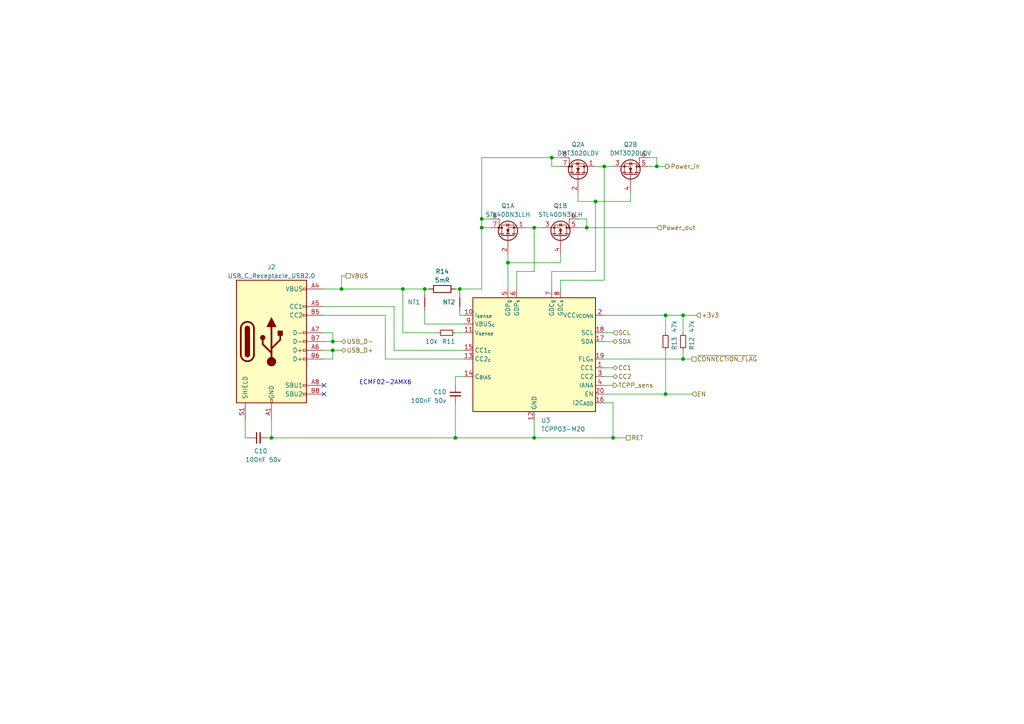
<source format=kicad_sch>
(kicad_sch (version 20230121) (generator eeschema)
  (paper "A4")
  (lib_symbols
    (symbol "Connector:USB_C_Receptacle_USB2.0" (pin_names (offset 1.016))
      (property "Reference" "J" (at -10.16 19.05 0))
      (property "Value" "USB_C_Receptacle_USB2.0" (at 19.05 19.05 0))
      (symbol "USB_C_Receptacle_USB2.0_0_0"
        (rectangle (start -0.254 -17.78) (end 0.254 -16.764))
        (rectangle (start 10.16 -14.986) (end 9.144 -15.494))
        (rectangle (start 10.16 -12.446) (end 9.144 -12.954))
        (rectangle (start 10.16 -4.826) (end 9.144 -5.334))
        (rectangle (start 10.16 -2.286) (end 9.144 -2.794))
        (rectangle (start 10.16 0.254) (end 9.144 -0.254))
        (rectangle (start 10.16 2.794) (end 9.144 2.286))
        (rectangle (start 10.16 7.874) (end 9.144 7.366))
        (rectangle (start 10.16 10.414) (end 9.144 9.906))
        (rectangle (start 10.16 15.494) (end 9.144 14.986))
      )
      (symbol "USB_C_Receptacle_USB2.0_0_1"
        (rectangle (start -10.16 17.78) (end 10.16 -17.78) (stroke (width 0.254)) (fill (type background)))
        (arc (start -8.89 -3.81) (mid -6.985 -5.7067) (end -5.08 -3.81) (stroke (width 0.508)))
        (arc (start -7.62 -3.81) (mid -6.985 -4.4423) (end -6.35 -3.81) (stroke (width 0.254)))
        (arc (start -7.62 -3.81) (mid -6.985 -4.4423) (end -6.35 -3.81) (stroke (width 0.254)) (fill (type outline)))
        (rectangle (start -7.62 -3.81) (end -6.35 3.81) (stroke (width 0.254)) (fill (type outline)))
        (arc (start -6.35 3.81) (mid -6.985 4.4423) (end -7.62 3.81) (stroke (width 0.254)))
        (arc (start -6.35 3.81) (mid -6.985 4.4423) (end -7.62 3.81) (stroke (width 0.254)) (fill (type outline)))
        (arc (start -5.08 3.81) (mid -6.985 5.7067) (end -8.89 3.81) (stroke (width 0.508)))
        (circle (center -2.54 1.143) (radius 0.635) (stroke (width 0.254)) (fill (type outline)))
        (circle (center 0 -5.842) (radius 1.27) (fill (type outline)))
        (polyline (pts (xy -8.89 -3.81) (xy -8.89 3.81)) (stroke (width 0.508)))
        (polyline (pts (xy -5.08 3.81) (xy -5.08 -3.81)) (stroke (width 0.508)))
        (polyline (pts (xy 0 -5.842) (xy 0 4.318)) (stroke (width 0.508)))
        (polyline (pts (xy 0 -3.302) (xy -2.54 -0.762) (xy -2.54 0.508)) (stroke (width 0.508)))
        (polyline (pts (xy 0 -2.032) (xy 2.54 0.508) (xy 2.54 1.778)) (stroke (width 0.508)))
        (polyline (pts (xy -1.27 4.318) (xy 0 6.858) (xy 1.27 4.318) (xy -1.27 4.318)) (stroke (width 0.254)) (fill (type outline)))
        (rectangle (start 1.905 1.778) (end 3.175 3.048) (stroke (width 0.254)) (fill (type outline)))
      )
      (symbol "USB_C_Receptacle_USB2.0_1_1"
        (pin passive line (at 0 -22.86 90) (length 5.08) (name "GND") (number "A1"))
        (pin passive line (at 0 -22.86 90) (length 5.08) hide (name "GND") (number "A12"))
        (pin passive line (at 15.24 15.24 180) (length 5.08) (name "VBUS") (number "A4"))
        (pin bidirectional line (at 15.24 10.16 180) (length 5.08) (name "CC1") (number "A5"))
        (pin bidirectional line (at 15.24 -2.54 180) (length 5.08) (name "D+") (number "A6"))
        (pin bidirectional line (at 15.24 2.54 180) (length 5.08) (name "D-") (number "A7"))
        (pin bidirectional line (at 15.24 -12.7 180) (length 5.08) (name "SBU1") (number "A8"))
        (pin passive line (at 15.24 15.24 180) (length 5.08) hide (name "VBUS") (number "A9"))
        (pin passive line (at 0 -22.86 90) (length 5.08) hide (name "GND") (number "B1"))
        (pin passive line (at 0 -22.86 90) (length 5.08) hide (name "GND") (number "B12"))
        (pin passive line (at 15.24 15.24 180) (length 5.08) hide (name "VBUS") (number "B4"))
        (pin bidirectional line (at 15.24 7.62 180) (length 5.08) (name "CC2") (number "B5"))
        (pin bidirectional line (at 15.24 -5.08 180) (length 5.08) (name "D+") (number "B6"))
        (pin bidirectional line (at 15.24 0 180) (length 5.08) (name "D-") (number "B7"))
        (pin bidirectional line (at 15.24 -15.24 180) (length 5.08) (name "SBU2") (number "B8"))
        (pin passive line (at 15.24 15.24 180) (length 5.08) hide (name "VBUS") (number "B9"))
        (pin passive line (at -7.62 -22.86 90) (length 5.08) (name "SHIELD") (number "S1"))
      )
    )
    (symbol "Device:C_Small" (pin_numbers hide) (pin_names (offset 0.254) hide)
      (property "Reference" "C" (at 0.254 1.778 0))
      (property "Value" "C_Small" (at 0.254 -2.032 0))
      (symbol "C_Small_0_1"
        (polyline (pts (xy -1.524 -0.508) (xy 1.524 -0.508)) (stroke (width 0.3302)))
        (polyline (pts (xy -1.524 0.508) (xy 1.524 0.508)) (stroke (width 0.3048)))
      )
      (symbol "C_Small_1_1"
        (pin passive line (at 0 2.54 270) (length 2.032) (name "~") (number "1"))
        (pin passive line (at 0 -2.54 90) (length 2.032) (name "~") (number "2"))
      )
    )
    (symbol "Device:NetTie_2" (pin_numbers hide) (pin_names (offset 0) hide) (in_bom no)
      (property "Reference" "NT" (at 0 1.27 0))
      (property "Value" "NetTie_2" (at 0 -1.27 0))
      (symbol "NetTie_2_0_1"
        (polyline (pts (xy -1.27 0) (xy 1.27 0)) (stroke (width 0.254)))
      )
      (symbol "NetTie_2_1_1"
        (pin passive line (at -2.54 0 0) (length 2.54) (name "1") (number "1"))
        (pin passive line (at 2.54 0 180) (length 2.54) (name "2") (number "2"))
      )
    )
    (symbol "Device:Q_Dual_NMOS_S1G1S2G2D2D2D1D1" (pin_names (offset 0) hide)
      (property "Reference" "Q" (at 5.08 1.27 0))
      (property "Value" "Q_Dual_NMOS_S1G1S2G2D2D2D1D1" (at 5.08 -1.27 0))
      (symbol "Q_Dual_NMOS_S1G1S2G2D2D2D1D1_0_1"
        (polyline (pts (xy 0.254 0) (xy -2.54 0)))
        (polyline (pts (xy 0.254 1.905) (xy 0.254 -1.905)) (stroke (width 0.254)))
        (polyline (pts (xy 0.762 -1.27) (xy 0.762 -2.286)) (stroke (width 0.254)))
        (polyline (pts (xy 0.762 0.508) (xy 0.762 -0.508)) (stroke (width 0.254)))
        (polyline (pts (xy 0.762 2.286) (xy 0.762 1.27)) (stroke (width 0.254)))
        (polyline (pts (xy 2.54 2.54) (xy 2.54 1.778)))
        (polyline (pts (xy 5.08 2.54) (xy 2.54 2.54)))
        (polyline (pts (xy 2.54 -2.54) (xy 2.54 0) (xy 0.762 0)))
        (polyline (pts (xy 0.762 -1.778) (xy 3.302 -1.778) (xy 3.302 1.778) (xy 0.762 1.778)))
        (polyline (pts (xy 1.016 0) (xy 2.032 0.381) (xy 2.032 -0.381) (xy 1.016 0)) (fill (type outline)))
        (polyline (pts (xy 2.794 0.508) (xy 2.921 0.381) (xy 3.683 0.381) (xy 3.81 0.254)))
        (polyline (pts (xy 3.302 0.381) (xy 2.921 -0.254) (xy 3.683 -0.254) (xy 3.302 0.381)))
        (circle (center 1.651 0) (radius 2.794) (stroke (width 0.254)))
        (circle (center 2.54 -1.778) (radius 0.254) (fill (type outline)))
        (circle (center 2.54 1.778) (radius 0.254) (fill (type outline)))
        (circle (center 2.54 2.54) (radius 0.254) (fill (type outline)))
      )
      (symbol "Q_Dual_NMOS_S1G1S2G2D2D2D1D1_1_1"
        (pin passive line (at 2.54 -5.08 90) (length 2.54) (name "S") (number "1"))
        (pin input line (at -5.08 0 0) (length 2.54) (name "G") (number "2"))
        (pin passive line (at 2.54 5.08 270) (length 2.54) (name "D") (number "7"))
        (pin passive line (at 5.08 5.08 270) (length 2.54) (name "D") (number "8"))
      )
      (symbol "Q_Dual_NMOS_S1G1S2G2D2D2D1D1_2_1"
        (pin passive line (at 2.54 -5.08 90) (length 2.54) (name "S") (number "3"))
        (pin input line (at -5.08 0 0) (length 2.54) (name "G") (number "4"))
        (pin passive line (at 2.54 5.08 270) (length 2.54) (name "D") (number "5"))
        (pin passive line (at 5.08 5.08 270) (length 2.54) (name "D") (number "6"))
      )
    )
    (symbol "Device:R" (pin_numbers hide) (pin_names (offset 0))
      (property "Reference" "R" (at 2.032 0 90))
      (property "Value" "R" (at 0 0 90))
      (symbol "R_0_1"
        (rectangle (start -1.016 -2.54) (end 1.016 2.54) (stroke (width 0.254)))
      )
      (symbol "R_1_1"
        (pin passive line (at 0 3.81 270) (length 1.27) (name "~") (number "1"))
        (pin passive line (at 0 -3.81 90) (length 1.27) (name "~") (number "2"))
      )
    )
    (symbol "Device:R_Small" (pin_numbers hide) (pin_names (offset 0.254) hide)
      (property "Reference" "R" (at 0.762 0.508 0))
      (property "Value" "R_Small" (at 0.762 -1.016 0))
      (symbol "R_Small_0_1"
        (rectangle (start -0.762 1.778) (end 0.762 -1.778) (stroke (width 0.2032)))
      )
      (symbol "R_Small_1_1"
        (pin passive line (at 0 2.54 270) (length 0.762) (name "~") (number "1"))
        (pin passive line (at 0 -2.54 90) (length 0.762) (name "~") (number "2"))
      )
    )
    (symbol "Power_Management:TCPP03-M20"
      (property "Reference" "U" (at 12.7 20.32 0))
      (property "Value" "TCPP03-M20" (at 0 0 0))
      (symbol "TCPP03-M20_0_1"
        (rectangle (start -17.78 17.78) (end 17.78 -15.24) (stroke (width 0.254)) (fill (type background)))
      )
      (symbol "TCPP03-M20_1_1"
        (pin bidirectional line (at 20.32 -2.54 180) (length 2.54) (name "CC1") (number "1"))
        (pin input line (at -20.32 12.7 0) (length 2.54) (name "I_{sense}") (number "10"))
        (pin input line (at -20.32 7.62 0) (length 2.54) (name "V_{sense}") (number "11"))
        (pin power_in line (at 0 -17.78 90) (length 2.54) (name "GND") (number "12"))
        (pin bidirectional line (at -20.32 0 0) (length 2.54) (name "CC2_{c}") (number "13"))
        (pin output line (at -20.32 -5.08 0) (length 2.54) (name "C_{BIAS}") (number "14"))
        (pin bidirectional line (at -20.32 2.54 0) (length 2.54) (name "CC1_{c}") (number "15"))
        (pin input line (at 20.32 -12.7 180) (length 2.54) (name "I2C_{ADD}") (number "16"))
        (pin bidirectional line (at 20.32 5.08 180) (length 2.54) (name "SDA") (number "17"))
        (pin bidirectional line (at 20.32 7.62 180) (length 2.54) (name "SCL") (number "18"))
        (pin bidirectional line (at 20.32 0 180) (length 2.54) (name "FLG_{n}") (number "19"))
        (pin power_in line (at 20.32 12.7 180) (length 2.54) (name "VCC_{VCONN}") (number "2"))
        (pin input line (at 20.32 -10.16 180) (length 2.54) (name "EN") (number "20"))
        (pin input line (at 0 -17.78 90) (length 2.54) hide (name "EP") (number "21"))
        (pin bidirectional line (at 20.32 -5.08 180) (length 2.54) (name "CC2") (number "3"))
        (pin output line (at 20.32 -7.62 180) (length 2.54) (name "IANA") (number "4"))
        (pin output line (at -7.62 20.32 270) (length 2.54) (name "GDP_{g}") (number "5"))
        (pin input line (at -5.08 20.32 270) (length 2.54) (name "GDP_{s}") (number "6"))
        (pin output line (at 5.08 20.32 270) (length 2.54) (name "GDC_{g}") (number "7"))
        (pin input line (at 7.62 20.32 270) (length 2.54) (name "GDC_{s}") (number "8"))
        (pin input line (at -20.32 10.16 0) (length 2.54) (name "VBUS_{c}") (number "9"))
      )
    )
  )
  (junction (at 175.26 48.26))
  (junction (at 147.32 76.2))
  (junction (at 198.12 91.44))
  (junction (at 193.04 91.44))
  (junction (at 99.06 83.82))
  (junction (at 198.12 104.14))
  (junction (at 193.04 114.3))
  (junction (at 190.5 48.26))
  (junction (at 172.72 58.42))
  (junction (at 133.35 83.82))
  (junction (at 177.8 127))
  (junction (at 154.94 127))
  (junction (at 139.7 66.04))
  (junction (at 160.02 45.72))
  (junction (at 139.7 63.5))
  (junction (at 78.74 127))
  (junction (at 170.18 66.04))
  (junction (at 154.94 66.04))
  (junction (at 123.19 83.82))
  (junction (at 96.52 101.6))
  (junction (at 96.52 99.06))
  (junction (at 132.08 127))
  (junction (at 116.84 83.82))
  (no_connect (at 93.98 114.3))
  (no_connect (at 93.98 111.76))
  (wire (pts (xy 175.26 116.84) (xy 177.8 116.84)))
  (wire (pts (xy 123.19 93.98) (xy 134.62 93.98)))
  (wire (pts (xy 99.06 80.01) (xy 99.06 83.82)))
  (wire (pts (xy 190.5 48.26) (xy 193.04 48.26)))
  (wire (pts (xy 187.96 45.72) (xy 190.5 45.72)))
  (wire (pts (xy 123.19 90.17) (xy 123.19 93.98)))
  (wire (pts (xy 111.76 104.14) (xy 134.62 104.14)))
  (wire (pts (xy 160.02 45.72) (xy 162.56 45.72)))
  (wire (pts (xy 167.64 58.42) (xy 172.72 58.42)))
  (wire (pts (xy 160.02 78.74) (xy 172.72 78.74)))
  (wire (pts (xy 78.74 127) (xy 132.08 127)))
  (wire (pts (xy 198.12 101.6) (xy 198.12 104.14)))
  (wire (pts (xy 154.94 66.04) (xy 154.94 78.74)))
  (wire (pts (xy 96.52 99.06) (xy 99.06 99.06)))
  (wire (pts (xy 160.02 83.82) (xy 160.02 78.74)))
  (wire (pts (xy 198.12 91.44) (xy 201.93 91.44)))
  (wire (pts (xy 175.26 104.14) (xy 198.12 104.14)))
  (wire (pts (xy 175.26 109.22) (xy 177.8 109.22)))
  (wire (pts (xy 114.3 88.9) (xy 93.98 88.9)))
  (wire (pts (xy 132.08 109.22) (xy 134.62 109.22)))
  (wire (pts (xy 175.26 111.76) (xy 177.8 111.76)))
  (wire (pts (xy 139.7 63.5) (xy 142.24 63.5)))
  (wire (pts (xy 139.7 83.82) (xy 139.7 66.04)))
  (wire (pts (xy 134.62 101.6) (xy 114.3 101.6)))
  (wire (pts (xy 99.06 80.01) (xy 100.33 80.01)))
  (wire (pts (xy 175.26 81.28) (xy 162.56 81.28)))
  (wire (pts (xy 177.8 127) (xy 181.61 127)))
  (wire (pts (xy 147.32 76.2) (xy 147.32 83.82)))
  (wire (pts (xy 167.64 63.5) (xy 170.18 63.5)))
  (wire (pts (xy 132.08 111.76) (xy 132.08 109.22)))
  (wire (pts (xy 114.3 101.6) (xy 114.3 88.9)))
  (wire (pts (xy 139.7 45.72) (xy 160.02 45.72)))
  (wire (pts (xy 133.35 83.82) (xy 133.35 85.09)))
  (wire (pts (xy 172.72 58.42) (xy 182.88 58.42)))
  (wire (pts (xy 177.8 116.84) (xy 177.8 127)))
  (wire (pts (xy 175.26 114.3) (xy 193.04 114.3)))
  (wire (pts (xy 172.72 48.26) (xy 175.26 48.26)))
  (wire (pts (xy 139.7 66.04) (xy 139.7 63.5)))
  (wire (pts (xy 167.64 55.88) (xy 167.64 58.42)))
  (wire (pts (xy 190.5 48.26) (xy 190.5 45.72)))
  (wire (pts (xy 132.08 83.82) (xy 133.35 83.82)))
  (wire (pts (xy 187.96 48.26) (xy 190.5 48.26)))
  (wire (pts (xy 175.26 48.26) (xy 175.26 81.28)))
  (wire (pts (xy 175.26 106.68) (xy 177.8 106.68)))
  (wire (pts (xy 133.35 91.44) (xy 134.62 91.44)))
  (wire (pts (xy 198.12 104.14) (xy 200.66 104.14)))
  (wire (pts (xy 193.04 96.52) (xy 193.04 91.44)))
  (wire (pts (xy 162.56 81.28) (xy 162.56 83.82)))
  (wire (pts (xy 172.72 78.74) (xy 172.72 58.42)))
  (wire (pts (xy 96.52 104.14) (xy 93.98 104.14)))
  (wire (pts (xy 160.02 48.26) (xy 160.02 45.72)))
  (wire (pts (xy 132.08 116.84) (xy 132.08 127)))
  (wire (pts (xy 99.06 83.82) (xy 116.84 83.82)))
  (wire (pts (xy 111.76 91.44) (xy 111.76 104.14)))
  (wire (pts (xy 123.19 85.09) (xy 123.19 83.82)))
  (wire (pts (xy 182.88 55.88) (xy 182.88 58.42)))
  (wire (pts (xy 96.52 101.6) (xy 96.52 104.14)))
  (wire (pts (xy 132.08 96.52) (xy 134.62 96.52)))
  (wire (pts (xy 96.52 101.6) (xy 99.06 101.6)))
  (wire (pts (xy 93.98 83.82) (xy 99.06 83.82)))
  (wire (pts (xy 132.08 127) (xy 154.94 127)))
  (wire (pts (xy 170.18 66.04) (xy 170.18 63.5)))
  (wire (pts (xy 170.18 66.04) (xy 190.5 66.04)))
  (wire (pts (xy 152.4 66.04) (xy 154.94 66.04)))
  (wire (pts (xy 93.98 91.44) (xy 111.76 91.44)))
  (wire (pts (xy 123.19 83.82) (xy 124.46 83.82)))
  (wire (pts (xy 154.94 66.04) (xy 157.48 66.04)))
  (wire (pts (xy 93.98 101.6) (xy 96.52 101.6)))
  (wire (pts (xy 175.26 91.44) (xy 193.04 91.44)))
  (wire (pts (xy 96.52 96.52) (xy 96.52 99.06)))
  (wire (pts (xy 78.74 121.92) (xy 78.74 127)))
  (wire (pts (xy 198.12 91.44) (xy 198.12 96.52)))
  (wire (pts (xy 154.94 127) (xy 177.8 127)))
  (wire (pts (xy 167.64 66.04) (xy 170.18 66.04)))
  (wire (pts (xy 193.04 101.6) (xy 193.04 114.3)))
  (wire (pts (xy 154.94 78.74) (xy 149.86 78.74)))
  (wire (pts (xy 154.94 121.92) (xy 154.94 127)))
  (wire (pts (xy 162.56 48.26) (xy 160.02 48.26)))
  (wire (pts (xy 193.04 91.44) (xy 198.12 91.44)))
  (wire (pts (xy 147.32 76.2) (xy 147.32 73.66)))
  (wire (pts (xy 93.98 96.52) (xy 96.52 96.52)))
  (wire (pts (xy 147.32 76.2) (xy 162.56 76.2)))
  (wire (pts (xy 175.26 48.26) (xy 177.8 48.26)))
  (wire (pts (xy 116.84 96.52) (xy 116.84 83.82)))
  (wire (pts (xy 96.52 99.06) (xy 93.98 99.06)))
  (wire (pts (xy 116.84 96.52) (xy 127 96.52)))
  (wire (pts (xy 193.04 114.3) (xy 200.66 114.3)))
  (wire (pts (xy 71.12 127) (xy 72.39 127)))
  (wire (pts (xy 175.26 99.06) (xy 177.8 99.06)))
  (wire (pts (xy 139.7 63.5) (xy 139.7 45.72)))
  (wire (pts (xy 133.35 83.82) (xy 139.7 83.82)))
  (wire (pts (xy 162.56 73.66) (xy 162.56 76.2)))
  (wire (pts (xy 175.26 96.52) (xy 177.8 96.52)))
  (wire (pts (xy 133.35 90.17) (xy 133.35 91.44)))
  (wire (pts (xy 142.24 66.04) (xy 139.7 66.04)))
  (wire (pts (xy 116.84 83.82) (xy 123.19 83.82)))
  (wire (pts (xy 77.47 127) (xy 78.74 127)))
  (wire (pts (xy 149.86 78.74) (xy 149.86 83.82)))
  (wire (pts (xy 71.12 121.92) (xy 71.12 127)))
  (text "ECMF02-2AMX6" (at 104.14 111.76 0) (effects (font (size 1.27 1.27)) (justify left bottom)))
  (hierarchical_label "RET" (shape passive) (at 181.61 127 0) (property "Intersheetrefs" "${INTERSHEET_REFS}" (effects hide)))
  (hierarchical_label "Power_in" (shape output) (at 193.04 48.26 0) (property "Intersheetrefs" "${INTERSHEET_REFS}" (effects hide)))
  (hierarchical_label "EN" (shape input) (at 200.66 114.3 0) (property "Intersheetrefs" "${INTERSHEET_REFS}" (effects hide)))
  (hierarchical_label "~{CONNECTION_FLAG}" (shape passive) (at 200.66 104.14 0) (property "Intersheetrefs" "${INTERSHEET_REFS}" (effects hide)))
  (hierarchical_label "TCPP_sens" (shape output) (at 177.8 111.76 0) (property "Intersheetrefs" "${INTERSHEET_REFS}" (effects hide)))
  (hierarchical_label "USB_D+" (shape bidirectional) (at 99.06 101.6 0) (property "Intersheetrefs" "${INTERSHEET_REFS}" (effects hide)))
  (hierarchical_label "SCL" (shape input) (at 177.8 96.52 0))
  (hierarchical_label "VBUS" (shape passive) (at 100.33 80.01 0))
  (hierarchical_label "USB_D-" (shape bidirectional) (at 99.06 99.06 0) (property "Intersheetrefs" "${INTERSHEET_REFS}" (effects hide)))
  (hierarchical_label "+3v3" (shape input) (at 201.93 91.44 0))
  (hierarchical_label "CC1" (shape bidirectional) (at 177.8 106.68 0) (property "Intersheetrefs" "${INTERSHEET_REFS}" (effects hide)))
  (hierarchical_label "Power_out" (shape input) (at 190.5 66.04 0) (property "Intersheetrefs" "${INTERSHEET_REFS}" (effects hide)))
  (hierarchical_label "CC2" (shape bidirectional) (at 177.8 109.22 0) (property "Intersheetrefs" "${INTERSHEET_REFS}" (effects hide)))
  (hierarchical_label "SDA" (shape bidirectional) (at 177.8 99.06 0) (property "Intersheetrefs" "${INTERSHEET_REFS}" (effects hide)))
  (symbol (lib_id "Device:R_Small") (at 129.54 96.52 90) (mirror x) (unit 1)
    (property "Reference" "R11" (at 132.08 99.06 90) (effects (justify left)))
    (property "Value" "10k" (at 127 99.06 90) (effects (justify left)))
    (property "Footprint" "Resistor_SMD:R_0603_1608Metric" (effects hide))
    (instances (project "USB-PD_lipo" (path "" (reference "R11") (unit 1)) (path "" (reference "R2") (unit 1)) (path "" (reference "R11") (unit 1))))
  )
  (symbol (lib_id "Device:NetTie_2") (at 123.19 87.63 270) (mirror x) (unit 1) (in_bom no)
    (property "Reference" "NT1" (at 121.92 87.63 90) (effects (justify right)))
    (property "Value" "NetTie_2" (effects hide))
    (property "Footprint" "NetTie:NetTie-2_SMD_Pad0.5mm" (effects hide))
  )
  (symbol (lib_id "Device:R") (at 128.27 83.82 90) (unit 1)
    (property "Reference" "R14" (at 128.27 78.74 90))
    (property "Value" "5mR" (at 128.27 81.28 90))
    (property "Footprint" "Resistor_SMD:R_1206_3216Metric" (effects hide))
  )
  (symbol (lib_id "Device:Q_Dual_NMOS_S1G1S2G2D2D2D1D1") (at 182.88 50.8 270) (mirror x) (unit 2)
    (property "Reference" "Q2" (at 182.88 41.91 90))
    (property "Value" "DMT3020LDV" (at 182.88 44.45 90))
    (property "Footprint" "Package_SON:VSON-8_3.3x3.3mm_P0.65mm_NexFET" (effects hide))
  )
  (symbol (lib_id "Power_Management:TCPP03-M20") (at 154.94 104.14 0) (unit 1)
    (property "Reference" "U3" (at 156.8959 121.92 0) (effects (justify left)))
    (property "Value" "TCPP03-M20" (at 156.8959 124.46 0) (effects (justify left)))
    (property "Footprint" "Package_DFN_QFN:QFN-20-1EP_4x4mm_P0.5mm_EP2.1x2.1mm" (effects hide))
    (property "Datasheet" "https://www.st.com/resource/en/datasheet/tcpp03-m20.pdf" (effects hide))
  )
  (symbol (lib_id "Device:R_Small") (at 198.12 99.06 0) (unit 1)
    (property "Reference" "R12" (at 200.66 101.6 90) (effects (justify left)))
    (property "Value" "47k" (at 200.66 96.52 90) (effects (justify left)))
    (property "Footprint" "Resistor_SMD:R_0603_1608Metric" (effects hide))
    (instances (project "USB-PD_lipo" (path "" (reference "R12") (unit 1)) (path "" (reference "R2") (unit 1)) (path "" (reference "R13") (unit 1))))
  )
  (symbol (lib_id "Device:NetTie_2") (at 133.35 87.63 270) (mirror x) (unit 1) (in_bom no)
    (property "Reference" "NT2" (at 132.08 87.63 90) (effects (justify right)))
    (property "Value" "NetTie_2" (effects hide))
    (property "Footprint" "NetTie:NetTie-2_SMD_Pad0.5mm" (effects hide))
  )
  (symbol (lib_id "Device:Q_Dual_NMOS_S1G1S2G2D2D2D1D1") (at 147.32 68.58 90) (unit 1)
    (property "Reference" "Q1" (at 147.32 59.69 90))
    (property "Value" "STL40DN3LLH" (at 147.32 62.23 90))
    (property "Footprint" "Package_DFN_QFN:PQFN-8-EP_6x5mm_P1.27mm_Generic" (effects hide))
  )
  (symbol (lib_id "Connector:USB_C_Receptacle_USB2.0") (at 78.74 99.06 0) (unit 1)
    (property "Reference" "J2" (at 78.74 77.47 0))
    (property "Value" "USB_C_Receptacle_USB2.0" (at 78.74 80.01 0))
    (property "Footprint" "Connector_USB:USB_C_Receptacle_HRO_TYPE-C-31-M-12" (effects hide))
    (property "Datasheet" "https://www.usb.org/sites/default/files/documents/usb_type-c.zip" (effects hide))
  )
  (symbol (lib_id "Device:C_Small") (at 74.93 127 90) (unit 1)
    (property "Reference" "C10" (at 73.66 130.81 90) (effects (justify right)))
    (property "Value" "100nF 50v" (at 71.12 133.35 90) (effects (justify right)))
    (instances (project "USB-PD_lipo" (path "" (reference "C10") (unit 1)) (path "" (reference "C1") (unit 1)) (path "" (reference "C11") (unit 1))))
  )
  (symbol (lib_id "Device:Q_Dual_NMOS_S1G1S2G2D2D2D1D1") (at 162.56 68.58 270) (mirror x) (unit 2)
    (property "Reference" "Q1" (at 162.56 59.69 90))
    (property "Value" "STL40DN3LLH" (at 162.56 62.23 90))
    (property "Footprint" "Package_DFN_QFN:PQFN-8-EP_6x5mm_P1.27mm_Generic" (effects hide))
  )
  (symbol (lib_id "Device:C_Small") (at 132.08 114.3 0) (unit 1)
    (property "Reference" "C10" (at 129.54 113.6713 0) (effects (justify right)))
    (property "Value" "100nF 50v" (at 129.54 116.2113 0) (effects (justify right)))
    (instances (project "USB-PD_lipo" (path "" (reference "C10") (unit 1)) (path "" (reference "C1") (unit 1)) (path "" (reference "C10") (unit 1))))
  )
  (symbol (lib_id "Device:R_Small") (at 193.04 99.06 0) (unit 1)
    (property "Reference" "R13" (at 195.58 101.6 90) (effects (justify left)))
    (property "Value" "47k" (at 195.58 96.52 90) (effects (justify left)))
    (property "Footprint" "Resistor_SMD:R_0603_1608Metric" (effects hide))
    (instances (project "USB-PD_lipo" (path "" (reference "R13") (unit 1)) (path "" (reference "R2") (unit 1)) (path "" (reference "R12") (unit 1))))
  )
  (symbol (lib_id "Device:Q_Dual_NMOS_S1G1S2G2D2D2D1D1") (at 167.64 50.8 90) (unit 1)
    (property "Reference" "Q2" (at 167.64 41.91 90))
    (property "Value" "DMT3020LDV" (at 167.64 44.45 90))
    (property "Footprint" "Package_SON:VSON-8_3.3x3.3mm_P0.65mm_NexFET" (effects hide))
  )
)
</source>
